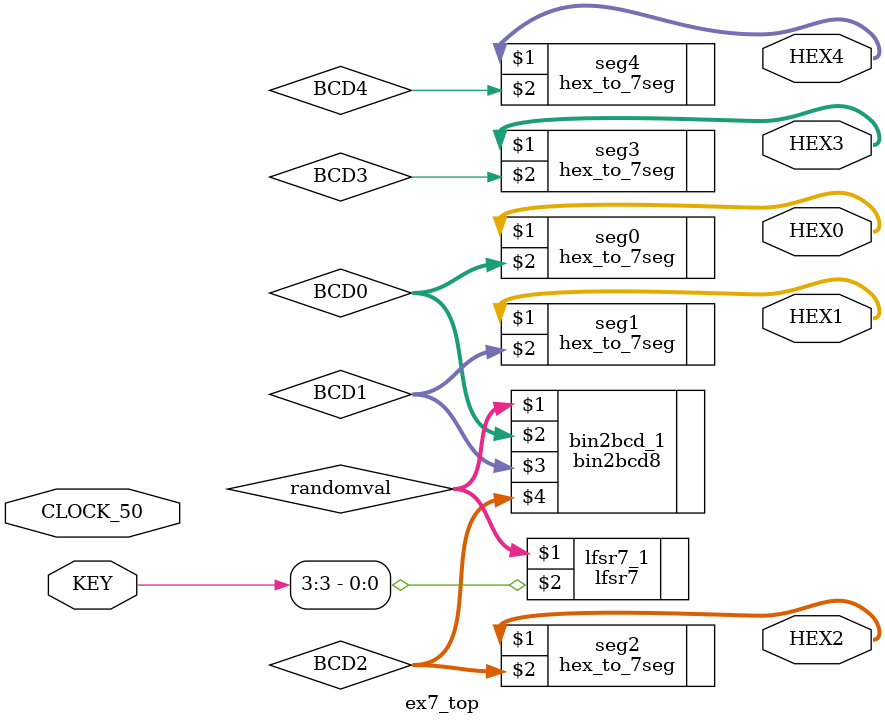
<source format=v>
module ex7_top(
	CLOCK_50,
	KEY,
	HEX0,
	HEX1,
	HEX2,
	HEX3,
	HEX4
);


	input CLOCK_50;
	
	input [3:0] KEY;
	
	output[6:0] HEX0;
	output[6:0] HEX1;
	output[6:0] HEX2;
	output[6:0] HEX3;
	output[6:0] HEX4;
	
	wire [3:0] BCD0;
	wire [3:0] BCD1;
	wire [3:0] BCD2;
	
	wire[7:0] randomval;

	lfsr7 lfsr7_1(randomval, KEY[3]);
	
	bin2bcd8 bin2bcd_1 (randomval, BCD0, BCD1, BCD2);
	
	hex_to_7seg seg0 (HEX0, BCD0);
	hex_to_7seg seg1 (HEX1, BCD1);
	hex_to_7seg seg2 (HEX2, BCD2);
	hex_to_7seg seg3 (HEX3, BCD3);
	hex_to_7seg seg4 (HEX4, BCD4);
		
	
endmodule
</source>
